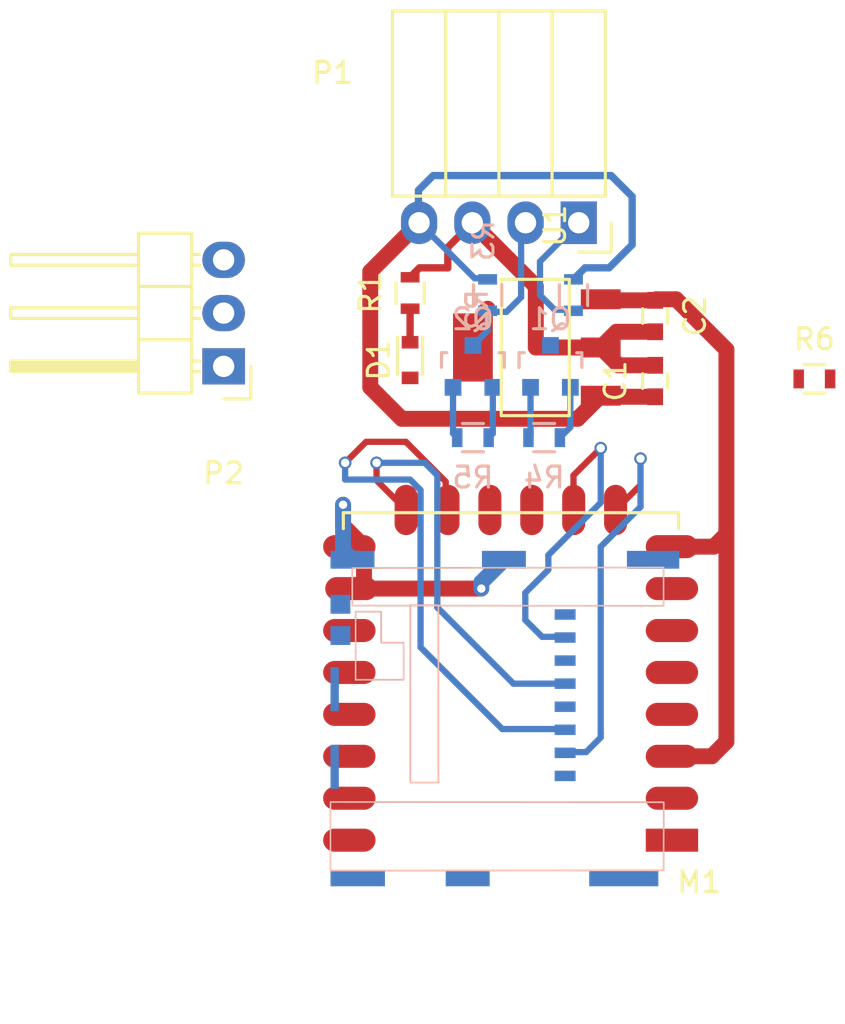
<source format=kicad_pcb>
(kicad_pcb (version 4) (host pcbnew 4.0.4+e1-6308~48~ubuntu16.04.1-stable)

  (general
    (links 48)
    (no_connects 22)
    (area 133.3 51.992857 174.357143 101.275001)
    (thickness 1.6)
    (drawings 0)
    (tracks 124)
    (zones 0)
    (modules 16)
    (nets 27)
  )

  (page A4)
  (title_block
    (title MPWifi)
    (date 2016-11-18)
    (rev V1.0)
    (company "M Prime")
    (comment 1 "Design - Enrique Gómez")
  )

  (layers
    (0 F.Cu signal)
    (31 B.Cu signal)
    (32 B.Adhes user)
    (33 F.Adhes user)
    (34 B.Paste user)
    (35 F.Paste user)
    (36 B.SilkS user)
    (37 F.SilkS user)
    (38 B.Mask user)
    (39 F.Mask user)
    (40 Dwgs.User user)
    (41 Cmts.User user)
    (42 Eco1.User user)
    (43 Eco2.User user)
    (44 Edge.Cuts user)
    (45 Margin user)
    (46 B.CrtYd user)
    (47 F.CrtYd user)
    (48 B.Fab user)
    (49 F.Fab user)
  )

  (setup
    (last_trace_width 0.76)
    (user_trace_width 0.3)
    (user_trace_width 0.35)
    (user_trace_width 0.76)
    (trace_clearance 0.2)
    (zone_clearance 0.508)
    (zone_45_only no)
    (trace_min 0.2)
    (segment_width 0.2)
    (edge_width 0.15)
    (via_size 0.6)
    (via_drill 0.4)
    (via_min_size 0.4)
    (via_min_drill 0.3)
    (user_via 0.84 0.4)
    (uvia_size 0.3)
    (uvia_drill 0.1)
    (uvias_allowed no)
    (uvia_min_size 0.2)
    (uvia_min_drill 0.1)
    (pcb_text_width 0.3)
    (pcb_text_size 1.5 1.5)
    (mod_edge_width 0.15)
    (mod_text_size 1 1)
    (mod_text_width 0.15)
    (pad_size 1.524 1.524)
    (pad_drill 0.762)
    (pad_to_mask_clearance 0.2)
    (aux_axis_origin 0 0)
    (visible_elements FFFFFF1F)
    (pcbplotparams
      (layerselection 0x00030_80000001)
      (usegerberextensions false)
      (excludeedgelayer true)
      (linewidth 0.100000)
      (plotframeref false)
      (viasonmask false)
      (mode 1)
      (useauxorigin false)
      (hpglpennumber 1)
      (hpglpenspeed 20)
      (hpglpendiameter 15)
      (hpglpenoverlay 2)
      (psnegative false)
      (psa4output false)
      (plotreference true)
      (plotvalue true)
      (plotinvisibletext false)
      (padsonsilk false)
      (subtractmaskfromsilk false)
      (outputformat 1)
      (mirror false)
      (drillshape 1)
      (scaleselection 1)
      (outputdirectory ""))
  )

  (net 0 "")
  (net 1 VCC)
  (net 2 GND)
  (net 3 +3V3)
  (net 4 "Net-(CON1-Pad1)")
  (net 5 /CS)
  (net 6 /MOSI)
  (net 7 /SCLK)
  (net 8 /MISO)
  (net 9 "Net-(CON1-Pad8)")
  (net 10 /DETECT_SWITCH)
  (net 11 "Net-(D1-Pad1)")
  (net 12 "Net-(M1-Pad1)")
  (net 13 "Net-(M1-Pad2)")
  (net 14 "Net-(M1-Pad4)")
  (net 15 "Net-(M1-Pad5)")
  (net 16 "Net-(M1-Pad6)")
  (net 17 "Net-(M1-Pad19)")
  (net 18 "Net-(M1-Pad20)")
  (net 19 "Net-(M1-Pad11)")
  (net 20 "Net-(M1-Pad12)")
  (net 21 "Net-(M1-Pad13)")
  (net 22 "Net-(M1-Pad14)")
  (net 23 "Net-(M1-Pad15)")
  (net 24 "Net-(M1-Pad16)")
  (net 25 /TX)
  (net 26 /RX)

  (net_class Default "This is the default net class."
    (clearance 0.2)
    (trace_width 0.25)
    (via_dia 0.6)
    (via_drill 0.4)
    (uvia_dia 0.3)
    (uvia_drill 0.1)
    (add_net +3V3)
    (add_net /CS)
    (add_net /DETECT_SWITCH)
    (add_net /MISO)
    (add_net /MOSI)
    (add_net /RX)
    (add_net /SCLK)
    (add_net /TX)
    (add_net GND)
    (add_net "Net-(CON1-Pad1)")
    (add_net "Net-(CON1-Pad8)")
    (add_net "Net-(D1-Pad1)")
    (add_net "Net-(M1-Pad1)")
    (add_net "Net-(M1-Pad11)")
    (add_net "Net-(M1-Pad12)")
    (add_net "Net-(M1-Pad13)")
    (add_net "Net-(M1-Pad14)")
    (add_net "Net-(M1-Pad15)")
    (add_net "Net-(M1-Pad16)")
    (add_net "Net-(M1-Pad19)")
    (add_net "Net-(M1-Pad2)")
    (add_net "Net-(M1-Pad20)")
    (add_net "Net-(M1-Pad4)")
    (add_net "Net-(M1-Pad5)")
    (add_net "Net-(M1-Pad6)")
    (add_net VCC)
  )

  (module mpwifi:SOT-223-3 (layer F.Cu) (tedit 582F36EC) (tstamp 582F36D6)
    (at 162.6 68.8 90)
    (tags SOT-223-3)
    (path /582B9B28)
    (fp_text reference U1 (at 5.81 -2.18 90) (layer F.SilkS)
      (effects (font (size 1 1) (thickness 0.15)))
    )
    (fp_text value MCP1703T-3302E/CB (at 8.25 -4 90) (layer F.Fab) hide
      (effects (font (size 1 1) (thickness 0.15)))
    )
    (fp_line (start 3.25 -4.75) (end 3.25 -1.5) (layer F.SilkS) (width 0.15))
    (fp_line (start 3.25 -1.5) (end -3.25 -1.5) (layer F.SilkS) (width 0.15))
    (fp_line (start -3.25 -1.5) (end -3.25 -4.75) (layer F.SilkS) (width 0.15))
    (fp_line (start -3.25 -4.75) (end 3.25 -4.75) (layer F.SilkS) (width 0.15))
    (pad 2 smd rect (at 0 0 90) (size 0.95 1.9) (layers F.Cu F.Paste F.Mask)
      (net 2 GND))
    (pad 3 smd rect (at 2.3 0 90) (size 0.95 1.9) (layers F.Cu F.Paste F.Mask)
      (net 3 +3V3))
    (pad 1 smd rect (at -2.3 0 90) (size 0.95 1.9) (layers F.Cu F.Paste F.Mask)
      (net 1 VCC))
    (pad "" smd rect (at 0 -6.1 90) (size 3.25 1.9) (layers F.Cu F.Paste F.Mask))
  )

  (module Capacitors_SMD:C_0603 (layer F.Cu) (tedit 582F36DE) (tstamp 582F3651)
    (at 165.2 70.4 90)
    (descr "Capacitor SMD 0603, reflow soldering, AVX (see smccp.pdf)")
    (tags "capacitor 0603")
    (path /582B9BD7)
    (attr smd)
    (fp_text reference C1 (at 0 -1.9 90) (layer F.SilkS)
      (effects (font (size 1 1) (thickness 0.15)))
    )
    (fp_text value 1uF (at 0 1.9 90) (layer F.Fab) hide
      (effects (font (size 1 1) (thickness 0.15)))
    )
    (fp_line (start -0.8 0.4) (end -0.8 -0.4) (layer F.Fab) (width 0.15))
    (fp_line (start 0.8 0.4) (end -0.8 0.4) (layer F.Fab) (width 0.15))
    (fp_line (start 0.8 -0.4) (end 0.8 0.4) (layer F.Fab) (width 0.15))
    (fp_line (start -0.8 -0.4) (end 0.8 -0.4) (layer F.Fab) (width 0.15))
    (fp_line (start -1.45 -0.75) (end 1.45 -0.75) (layer F.CrtYd) (width 0.05))
    (fp_line (start -1.45 0.75) (end 1.45 0.75) (layer F.CrtYd) (width 0.05))
    (fp_line (start -1.45 -0.75) (end -1.45 0.75) (layer F.CrtYd) (width 0.05))
    (fp_line (start 1.45 -0.75) (end 1.45 0.75) (layer F.CrtYd) (width 0.05))
    (fp_line (start -0.35 -0.6) (end 0.35 -0.6) (layer F.SilkS) (width 0.15))
    (fp_line (start 0.35 0.6) (end -0.35 0.6) (layer F.SilkS) (width 0.15))
    (pad 1 smd rect (at -0.75 0 90) (size 0.8 0.75) (layers F.Cu F.Paste F.Mask)
      (net 1 VCC))
    (pad 2 smd rect (at 0.75 0 90) (size 0.8 0.75) (layers F.Cu F.Paste F.Mask)
      (net 2 GND))
    (model Capacitors_SMD.3dshapes/C_0603.wrl
      (at (xyz 0 0 0))
      (scale (xyz 1 1 1))
      (rotate (xyz 0 0 0))
    )
  )

  (module Capacitors_SMD:C_0603 (layer F.Cu) (tedit 582F36E4) (tstamp 582F3657)
    (at 165.2 67.3 270)
    (descr "Capacitor SMD 0603, reflow soldering, AVX (see smccp.pdf)")
    (tags "capacitor 0603")
    (path /582B9C4E)
    (attr smd)
    (fp_text reference C2 (at 0 -1.9 270) (layer F.SilkS)
      (effects (font (size 1 1) (thickness 0.15)))
    )
    (fp_text value 1uF (at 0 1.9 270) (layer F.Fab) hide
      (effects (font (size 1 1) (thickness 0.15)))
    )
    (fp_line (start -0.8 0.4) (end -0.8 -0.4) (layer F.Fab) (width 0.15))
    (fp_line (start 0.8 0.4) (end -0.8 0.4) (layer F.Fab) (width 0.15))
    (fp_line (start 0.8 -0.4) (end 0.8 0.4) (layer F.Fab) (width 0.15))
    (fp_line (start -0.8 -0.4) (end 0.8 -0.4) (layer F.Fab) (width 0.15))
    (fp_line (start -1.45 -0.75) (end 1.45 -0.75) (layer F.CrtYd) (width 0.05))
    (fp_line (start -1.45 0.75) (end 1.45 0.75) (layer F.CrtYd) (width 0.05))
    (fp_line (start -1.45 -0.75) (end -1.45 0.75) (layer F.CrtYd) (width 0.05))
    (fp_line (start 1.45 -0.75) (end 1.45 0.75) (layer F.CrtYd) (width 0.05))
    (fp_line (start -0.35 -0.6) (end 0.35 -0.6) (layer F.SilkS) (width 0.15))
    (fp_line (start 0.35 0.6) (end -0.35 0.6) (layer F.SilkS) (width 0.15))
    (pad 1 smd rect (at -0.75 0 270) (size 0.8 0.75) (layers F.Cu F.Paste F.Mask)
      (net 3 +3V3))
    (pad 2 smd rect (at 0.75 0 270) (size 0.8 0.75) (layers F.Cu F.Paste F.Mask)
      (net 2 GND))
    (model Capacitors_SMD.3dshapes/C_0603.wrl
      (at (xyz 0 0 0))
      (scale (xyz 1 1 1))
      (rotate (xyz 0 0 0))
    )
  )

  (module mpwifi:MicroSD-slot (layer B.Cu) (tedit 582F3D57) (tstamp 582F366D)
    (at 165.6 94.5 90)
    (descr http://www.mouser.com/ds/2/276/5045280892_sd-779648.pdf)
    (path /582B3F89)
    (fp_text reference CON1 (at 8.47 1.88 90) (layer B.SilkS) hide
      (effects (font (size 1 1) (thickness 0.15)) (justify mirror))
    )
    (fp_text value Micro_SD_Card (at 19.01 1.88 90) (layer B.Fab) hide
      (effects (font (size 1 1) (thickness 0.15)) (justify mirror))
    )
    (fp_line (start 9.85 -12.41) (end 11.62 -12.41) (layer B.SilkS) (width 0.08))
    (fp_line (start 11.62 -12.41) (end 11.62 -13.48) (layer B.SilkS) (width 0.08))
    (fp_line (start 11.62 -13.48) (end 13.1 -13.48) (layer B.SilkS) (width 0.08))
    (fp_line (start 13.1 -13.48) (end 13.1 -14.7) (layer B.SilkS) (width 0.08))
    (fp_line (start 13.1 -14.7) (end 9.85 -14.7) (layer B.SilkS) (width 0.08))
    (fp_line (start 9.85 -14.7) (end 9.85 -12.41) (layer B.SilkS) (width 0.08))
    (fp_line (start 13.41 -10.75) (end 4.95 -10.75) (layer B.SilkS) (width 0.08))
    (fp_line (start 4.95 -10.75) (end 4.95 -12.09) (layer B.SilkS) (width 0.08))
    (fp_line (start 4.95 -12.09) (end 13.41 -12.09) (layer B.SilkS) (width 0.08))
    (fp_line (start 13.41 -12.09) (end 13.41 -10.75) (layer B.SilkS) (width 0.08))
    (fp_line (start 13.39 0) (end 15.21 0) (layer B.SilkS) (width 0.08))
    (fp_line (start 15.21 0) (end 15.18 -14.86) (layer B.SilkS) (width 0.08))
    (fp_line (start 15.18 -14.86) (end 13.39 -14.86) (layer B.SilkS) (width 0.08))
    (fp_line (start 13.39 -14.86) (end 13.38 0) (layer B.SilkS) (width 0.08))
    (fp_line (start 0.76 0) (end 4.01 0.01) (layer B.SilkS) (width 0.08))
    (fp_line (start 4.01 0.01) (end 4.02 -15.9) (layer B.SilkS) (width 0.08))
    (fp_line (start 4.02 -15.9) (end 0.75 -15.9) (layer B.SilkS) (width 0.08))
    (fp_line (start 0.75 -15.9) (end 0.76 0) (layer B.SilkS) (width 0.08))
    (pad 1 smd rect (at 5.265 -4.7 90) (size 0.5 1) (layers B.Cu B.Paste B.Mask)
      (net 4 "Net-(CON1-Pad1)"))
    (pad 2 smd rect (at 6.365 -4.7 90) (size 0.5 1) (layers B.Cu B.Paste B.Mask)
      (net 5 /CS))
    (pad 3 smd rect (at 7.465 -4.7 90) (size 0.5 1) (layers B.Cu B.Paste B.Mask)
      (net 6 /MOSI))
    (pad 4 smd rect (at 8.565 -4.7 90) (size 0.5 1) (layers B.Cu B.Paste B.Mask)
      (net 3 +3V3))
    (pad 5 smd rect (at 9.665 -4.7 90) (size 0.5 1) (layers B.Cu B.Paste B.Mask)
      (net 7 /SCLK))
    (pad 6 smd rect (at 10.765 -4.7 90) (size 0.5 1) (layers B.Cu B.Paste B.Mask)
      (net 2 GND))
    (pad 7 smd rect (at 11.865 -4.7 90) (size 0.5 1) (layers B.Cu B.Paste B.Mask)
      (net 8 /MISO))
    (pad 8 smd rect (at 12.965 -4.7 90) (size 0.5 1) (layers B.Cu B.Paste B.Mask)
      (net 9 "Net-(CON1-Pad8)"))
    (pad 9 smd rect (at 11.96 -15.425 90) (size 0.9 0.95) (layers B.Cu B.Paste B.Mask)
      (net 2 GND))
    (pad 11 smd rect (at 13.45 -15.425 90) (size 0.9 0.95) (layers B.Cu B.Paste B.Mask)
      (net 10 /DETECT_SWITCH))
    (pad 10 smd rect (at 0.375 -1.9 90) (size 0.75 3.3) (layers B.Cu B.Paste B.Mask)
      (net 2 GND))
    (pad 10 smd rect (at 0.375 -9.35 90) (size 0.75 2.1) (layers B.Cu B.Paste B.Mask)
      (net 2 GND))
    (pad 11 smd rect (at 0.375 -14.6 90) (size 0.75 2.6) (layers B.Cu B.Paste B.Mask)
      (net 10 /DETECT_SWITCH))
    (pad 10 smd rect (at 15.575 -0.5 90) (size 0.85 2.5) (layers B.Cu B.Paste B.Mask)
      (net 2 GND))
    (pad 10 smd rect (at 15.575 -7.62 90) (size 0.85 2.1) (layers B.Cu B.Paste B.Mask)
      (net 2 GND))
    (pad 10 smd rect (at 15.575 -14.85 90) (size 0.85 2.1) (layers B.Cu B.Paste B.Mask)
      (net 2 GND))
    (pad 10 smd rect (at 5.7 -15.7 90) (size 2.1 0.4) (layers B.Cu B.Paste B.Mask)
      (net 2 GND))
    (pad 10 smd rect (at 9.4 -15.7 90) (size 2.1 0.4) (layers B.Cu B.Paste B.Mask)
      (net 2 GND))
  )

  (module Diodes_SMD:D_0603 (layer F.Cu) (tedit 582F38D9) (tstamp 582F3673)
    (at 153.5 69.4 270)
    (descr "Diode SMD in 0603 package")
    (tags "smd diode")
    (path /582BE2C6)
    (attr smd)
    (fp_text reference D1 (at 0 1.5 270) (layer F.SilkS)
      (effects (font (size 1 1) (thickness 0.15)))
    )
    (fp_text value LED (at 0 -1.5 270) (layer F.Fab) hide
      (effects (font (size 1 1) (thickness 0.15)))
    )
    (fp_line (start 1.5 0.8) (end 1.5 -0.8) (layer F.CrtYd) (width 0.05))
    (fp_line (start -1.5 0.8) (end 1.5 0.8) (layer F.CrtYd) (width 0.05))
    (fp_line (start -1.5 -0.8) (end -1.5 0.8) (layer F.CrtYd) (width 0.05))
    (fp_line (start 1.5 -0.8) (end -1.5 -0.8) (layer F.CrtYd) (width 0.05))
    (fp_line (start 0.2 0) (end 0.4 0) (layer F.Fab) (width 0.15))
    (fp_line (start -0.1 0) (end -0.3 0) (layer F.Fab) (width 0.15))
    (fp_line (start -0.1 -0.2) (end -0.1 0.2) (layer F.Fab) (width 0.15))
    (fp_line (start 0.2 0.2) (end 0.2 -0.2) (layer F.Fab) (width 0.15))
    (fp_line (start -0.1 0) (end 0.2 0.2) (layer F.Fab) (width 0.15))
    (fp_line (start 0.2 -0.2) (end -0.1 0) (layer F.Fab) (width 0.15))
    (fp_line (start -0.8 0.5) (end -0.8 -0.5) (layer F.Fab) (width 0.15))
    (fp_line (start 0.8 0.5) (end -0.8 0.5) (layer F.Fab) (width 0.15))
    (fp_line (start 0.8 -0.5) (end 0.8 0.5) (layer F.Fab) (width 0.15))
    (fp_line (start -0.8 -0.5) (end 0.8 -0.5) (layer F.Fab) (width 0.15))
    (fp_line (start -1.1 0.6) (end 0.7 0.6) (layer F.SilkS) (width 0.15))
    (fp_line (start -1.1 -0.6) (end 0.7 -0.6) (layer F.SilkS) (width 0.15))
    (pad 1 smd rect (at -0.85 0 270) (size 0.6 0.8) (layers F.Cu F.Paste F.Mask)
      (net 11 "Net-(D1-Pad1)"))
    (pad 2 smd rect (at 0.85 0 270) (size 0.6 0.8) (layers F.Cu F.Paste F.Mask)
      (net 1 VCC))
  )

  (module mpwifi:ESP8266-12E (layer F.Cu) (tedit 582F3196) (tstamp 582F368D)
    (at 165.3 92.3 180)
    (descr "Module, ESP-8266, ESP-12, 16 pad, SMD")
    (tags "Module ESP-8266 ESP8266")
    (path /582B3EDB)
    (fp_text reference M1 (at -2 -2 180) (layer F.SilkS)
      (effects (font (size 1 1) (thickness 0.15)))
    )
    (fp_text value ESP8266-12E (at 8 1 180) (layer F.Fab)
      (effects (font (size 1 1) (thickness 0.15)))
    )
    (fp_line (start -2.25 -0.5) (end -2.25 -8.75) (layer F.CrtYd) (width 0.05))
    (fp_line (start -2.25 -8.75) (end 15.25 -8.75) (layer F.CrtYd) (width 0.05))
    (fp_line (start 15.25 -8.75) (end 16.25 -8.75) (layer F.CrtYd) (width 0.05))
    (fp_line (start 16.25 -8.75) (end 16.25 16) (layer F.CrtYd) (width 0.05))
    (fp_line (start 16.25 16) (end -2.25 16) (layer F.CrtYd) (width 0.05))
    (fp_line (start -2.25 16) (end -2.25 -0.5) (layer F.CrtYd) (width 0.05))
    (fp_line (start -1.016 -8.382) (end 14.986 -8.382) (layer F.CrtYd) (width 0.1524))
    (fp_line (start 14.986 -8.382) (end 14.986 -0.889) (layer F.CrtYd) (width 0.1524))
    (fp_line (start -1.016 -8.382) (end -1.016 -1.016) (layer F.CrtYd) (width 0.1524))
    (fp_line (start -1.016 14.859) (end -1.016 15.621) (layer F.SilkS) (width 0.1524))
    (fp_line (start -1.016 15.621) (end 14.986 15.621) (layer F.SilkS) (width 0.1524))
    (fp_line (start 14.986 15.621) (end 14.986 14.859) (layer F.SilkS) (width 0.1524))
    (fp_line (start 14.992 -8.4) (end -1.008 -2.6) (layer F.CrtYd) (width 0.1524))
    (fp_line (start -1.008 -8.4) (end 14.992 -2.6) (layer F.CrtYd) (width 0.1524))
    (fp_text user "No Copper" (at 6.892 -5.4 180) (layer F.CrtYd)
      (effects (font (size 1 1) (thickness 0.15)))
    )
    (fp_line (start -1.008 -2.6) (end 14.992 -2.6) (layer F.CrtYd) (width 0.1524))
    (fp_line (start 15 -8.4) (end 15 15.6) (layer F.Fab) (width 0.05))
    (fp_line (start 14.992 15.6) (end -1.008 15.6) (layer F.Fab) (width 0.05))
    (fp_line (start -1.008 15.6) (end -1.008 -8.4) (layer F.Fab) (width 0.05))
    (fp_line (start -1.008 -8.4) (end 14.992 -8.4) (layer F.Fab) (width 0.05))
    (pad 1 smd rect (at 0 0 180) (size 2.5 1.1) (drill (offset -0.7 0)) (layers F.Cu F.Paste F.Mask)
      (net 12 "Net-(M1-Pad1)"))
    (pad 2 smd oval (at 0 2 180) (size 2.5 1.1) (drill (offset -0.7 0)) (layers F.Cu F.Paste F.Mask)
      (net 13 "Net-(M1-Pad2)"))
    (pad 3 smd oval (at 0 4 180) (size 2.5 1.1) (drill (offset -0.7 0)) (layers F.Cu F.Paste F.Mask)
      (net 3 +3V3))
    (pad 4 smd oval (at 0 6 180) (size 2.5 1.1) (drill (offset -0.7 0)) (layers F.Cu F.Paste F.Mask)
      (net 14 "Net-(M1-Pad4)"))
    (pad 5 smd oval (at 0 8 180) (size 2.5 1.1) (drill (offset -0.7 0)) (layers F.Cu F.Paste F.Mask)
      (net 15 "Net-(M1-Pad5)"))
    (pad 6 smd oval (at 0 10 180) (size 2.5 1.1) (drill (offset -0.7 0)) (layers F.Cu F.Paste F.Mask)
      (net 16 "Net-(M1-Pad6)"))
    (pad 7 smd oval (at 0 12 180) (size 2.5 1.1) (drill (offset -0.7 0)) (layers F.Cu F.Paste F.Mask)
      (net 10 /DETECT_SWITCH))
    (pad 8 smd oval (at 0 14 180) (size 2.5 1.1) (drill (offset -0.7 0)) (layers F.Cu F.Paste F.Mask)
      (net 3 +3V3))
    (pad 17 smd oval (at 1.99 15.75 270) (size 2.4 1.1) (layers F.Cu F.Paste F.Mask)
      (net 5 /CS))
    (pad 18 smd oval (at 3.99 15.75 270) (size 2.4 1.1) (layers F.Cu F.Paste F.Mask)
      (net 8 /MISO))
    (pad 19 smd oval (at 5.99 15.75 270) (size 2.4 1.1) (layers F.Cu F.Paste F.Mask)
      (net 17 "Net-(M1-Pad19)"))
    (pad 20 smd oval (at 7.99 15.75 270) (size 2.4 1.1) (layers F.Cu F.Paste F.Mask)
      (net 18 "Net-(M1-Pad20)"))
    (pad 21 smd oval (at 9.99 15.75 270) (size 2.4 1.1) (layers F.Cu F.Paste F.Mask)
      (net 6 /MOSI))
    (pad 22 smd oval (at 11.99 15.75 270) (size 2.4 1.1) (layers F.Cu F.Paste F.Mask)
      (net 7 /SCLK))
    (pad 9 smd oval (at 14 14 180) (size 2.5 1.1) (drill (offset 0.7 0)) (layers F.Cu F.Paste F.Mask)
      (net 2 GND))
    (pad 10 smd oval (at 14 12 180) (size 2.5 1.1) (drill (offset 0.6 0)) (layers F.Cu F.Paste F.Mask)
      (net 2 GND))
    (pad 11 smd oval (at 14 10 180) (size 2.5 1.1) (drill (offset 0.7 0)) (layers F.Cu F.Paste F.Mask)
      (net 19 "Net-(M1-Pad11)"))
    (pad 12 smd oval (at 14 8 180) (size 2.5 1.1) (drill (offset 0.7 0)) (layers F.Cu F.Paste F.Mask)
      (net 20 "Net-(M1-Pad12)"))
    (pad 13 smd oval (at 14 6 180) (size 2.5 1.1) (drill (offset 0.7 0)) (layers F.Cu F.Paste F.Mask)
      (net 21 "Net-(M1-Pad13)"))
    (pad 14 smd oval (at 14 4 180) (size 2.5 1.1) (drill (offset 0.7 0)) (layers F.Cu F.Paste F.Mask)
      (net 22 "Net-(M1-Pad14)"))
    (pad 15 smd oval (at 14 2 180) (size 2.5 1.1) (drill (offset 0.7 0)) (layers F.Cu F.Paste F.Mask)
      (net 23 "Net-(M1-Pad15)"))
    (pad 16 smd oval (at 14 0 180) (size 2.5 1.1) (drill (offset 0.7 0)) (layers F.Cu F.Paste F.Mask)
      (net 24 "Net-(M1-Pad16)"))
  )

  (module Socket_Strips:Socket_Strip_Angled_1x04 (layer F.Cu) (tedit 582F3AA6) (tstamp 582F3695)
    (at 161.55 62.85 180)
    (descr "Through hole socket strip")
    (tags "socket strip")
    (path /582BB682)
    (fp_text reference P1 (at 11.75 7.15 180) (layer F.SilkS)
      (effects (font (size 1 1) (thickness 0.15)))
    )
    (fp_text value CONN_01X04 (at 0 -2.75 180) (layer F.Fab) hide
      (effects (font (size 1 1) (thickness 0.15)))
    )
    (fp_line (start -1.75 -1.5) (end -1.75 10.6) (layer F.CrtYd) (width 0.05))
    (fp_line (start 9.4 -1.5) (end 9.4 10.6) (layer F.CrtYd) (width 0.05))
    (fp_line (start -1.75 -1.5) (end 9.4 -1.5) (layer F.CrtYd) (width 0.05))
    (fp_line (start -1.75 10.6) (end 9.4 10.6) (layer F.CrtYd) (width 0.05))
    (fp_line (start 8.89 10.1) (end 8.89 1.27) (layer F.SilkS) (width 0.15))
    (fp_line (start 6.35 10.1) (end 8.89 10.1) (layer F.SilkS) (width 0.15))
    (fp_line (start 6.35 1.27) (end 8.89 1.27) (layer F.SilkS) (width 0.15))
    (fp_line (start 3.81 1.27) (end 6.35 1.27) (layer F.SilkS) (width 0.15))
    (fp_line (start 3.81 10.1) (end 6.35 10.1) (layer F.SilkS) (width 0.15))
    (fp_line (start 6.35 10.1) (end 6.35 1.27) (layer F.SilkS) (width 0.15))
    (fp_line (start 3.81 10.1) (end 3.81 1.27) (layer F.SilkS) (width 0.15))
    (fp_line (start 1.27 10.1) (end 3.81 10.1) (layer F.SilkS) (width 0.15))
    (fp_line (start 1.27 1.27) (end 1.27 10.1) (layer F.SilkS) (width 0.15))
    (fp_line (start 1.27 1.27) (end 3.81 1.27) (layer F.SilkS) (width 0.15))
    (fp_line (start -1.27 1.27) (end 1.27 1.27) (layer F.SilkS) (width 0.15))
    (fp_line (start 0 -1.4) (end -1.55 -1.4) (layer F.SilkS) (width 0.15))
    (fp_line (start -1.55 -1.4) (end -1.55 0) (layer F.SilkS) (width 0.15))
    (fp_line (start -1.27 1.27) (end -1.27 10.1) (layer F.SilkS) (width 0.15))
    (fp_line (start -1.27 10.1) (end 1.27 10.1) (layer F.SilkS) (width 0.15))
    (fp_line (start 1.27 10.1) (end 1.27 1.27) (layer F.SilkS) (width 0.15))
    (pad 1 thru_hole rect (at 0 0 180) (size 1.7272 2.032) (drill 1.016) (layers *.Cu *.Mask)
      (net 25 /TX))
    (pad 2 thru_hole oval (at 2.54 0 180) (size 1.7272 2.032) (drill 1.016) (layers *.Cu *.Mask)
      (net 26 /RX))
    (pad 3 thru_hole oval (at 5.08 0 180) (size 1.7272 2.032) (drill 1.016) (layers *.Cu *.Mask)
      (net 2 GND))
    (pad 4 thru_hole oval (at 7.62 0 180) (size 1.7272 2.032) (drill 1.016) (layers *.Cu *.Mask)
      (net 1 VCC))
    (model Socket_Strips.3dshapes/Socket_Strip_Angled_1x04.wrl
      (at (xyz 0.15 0 0))
      (scale (xyz 1 1 1))
      (rotate (xyz 0 0 180))
    )
  )

  (module Pin_Headers:Pin_Header_Angled_1x03 (layer F.Cu) (tedit 0) (tstamp 582F369C)
    (at 144.6 69.7 180)
    (descr "Through hole pin header")
    (tags "pin header")
    (path /582C3E85)
    (fp_text reference P2 (at 0 -5.1 180) (layer F.SilkS)
      (effects (font (size 1 1) (thickness 0.15)))
    )
    (fp_text value Flash (at 0 -3.1 180) (layer F.Fab)
      (effects (font (size 1 1) (thickness 0.15)))
    )
    (fp_line (start -1.5 -1.75) (end -1.5 6.85) (layer F.CrtYd) (width 0.05))
    (fp_line (start 10.65 -1.75) (end 10.65 6.85) (layer F.CrtYd) (width 0.05))
    (fp_line (start -1.5 -1.75) (end 10.65 -1.75) (layer F.CrtYd) (width 0.05))
    (fp_line (start -1.5 6.85) (end 10.65 6.85) (layer F.CrtYd) (width 0.05))
    (fp_line (start -1.3 -1.55) (end -1.3 0) (layer F.SilkS) (width 0.15))
    (fp_line (start 0 -1.55) (end -1.3 -1.55) (layer F.SilkS) (width 0.15))
    (fp_line (start 4.191 -0.127) (end 10.033 -0.127) (layer F.SilkS) (width 0.15))
    (fp_line (start 10.033 -0.127) (end 10.033 0.127) (layer F.SilkS) (width 0.15))
    (fp_line (start 10.033 0.127) (end 4.191 0.127) (layer F.SilkS) (width 0.15))
    (fp_line (start 4.191 0.127) (end 4.191 0) (layer F.SilkS) (width 0.15))
    (fp_line (start 4.191 0) (end 10.033 0) (layer F.SilkS) (width 0.15))
    (fp_line (start 1.524 -0.254) (end 1.143 -0.254) (layer F.SilkS) (width 0.15))
    (fp_line (start 1.524 0.254) (end 1.143 0.254) (layer F.SilkS) (width 0.15))
    (fp_line (start 1.524 2.286) (end 1.143 2.286) (layer F.SilkS) (width 0.15))
    (fp_line (start 1.524 2.794) (end 1.143 2.794) (layer F.SilkS) (width 0.15))
    (fp_line (start 1.524 4.826) (end 1.143 4.826) (layer F.SilkS) (width 0.15))
    (fp_line (start 1.524 5.334) (end 1.143 5.334) (layer F.SilkS) (width 0.15))
    (fp_line (start 4.064 1.27) (end 4.064 -1.27) (layer F.SilkS) (width 0.15))
    (fp_line (start 10.16 0.254) (end 4.064 0.254) (layer F.SilkS) (width 0.15))
    (fp_line (start 10.16 -0.254) (end 10.16 0.254) (layer F.SilkS) (width 0.15))
    (fp_line (start 4.064 -0.254) (end 10.16 -0.254) (layer F.SilkS) (width 0.15))
    (fp_line (start 1.524 1.27) (end 4.064 1.27) (layer F.SilkS) (width 0.15))
    (fp_line (start 1.524 -1.27) (end 1.524 1.27) (layer F.SilkS) (width 0.15))
    (fp_line (start 1.524 -1.27) (end 4.064 -1.27) (layer F.SilkS) (width 0.15))
    (fp_line (start 1.524 3.81) (end 4.064 3.81) (layer F.SilkS) (width 0.15))
    (fp_line (start 1.524 3.81) (end 1.524 6.35) (layer F.SilkS) (width 0.15))
    (fp_line (start 4.064 4.826) (end 10.16 4.826) (layer F.SilkS) (width 0.15))
    (fp_line (start 10.16 4.826) (end 10.16 5.334) (layer F.SilkS) (width 0.15))
    (fp_line (start 10.16 5.334) (end 4.064 5.334) (layer F.SilkS) (width 0.15))
    (fp_line (start 4.064 6.35) (end 4.064 3.81) (layer F.SilkS) (width 0.15))
    (fp_line (start 4.064 3.81) (end 4.064 1.27) (layer F.SilkS) (width 0.15))
    (fp_line (start 10.16 2.794) (end 4.064 2.794) (layer F.SilkS) (width 0.15))
    (fp_line (start 10.16 2.286) (end 10.16 2.794) (layer F.SilkS) (width 0.15))
    (fp_line (start 4.064 2.286) (end 10.16 2.286) (layer F.SilkS) (width 0.15))
    (fp_line (start 1.524 3.81) (end 4.064 3.81) (layer F.SilkS) (width 0.15))
    (fp_line (start 1.524 1.27) (end 1.524 3.81) (layer F.SilkS) (width 0.15))
    (fp_line (start 1.524 1.27) (end 4.064 1.27) (layer F.SilkS) (width 0.15))
    (fp_line (start 1.524 6.35) (end 4.064 6.35) (layer F.SilkS) (width 0.15))
    (pad 1 thru_hole rect (at 0 0 180) (size 2.032 1.7272) (drill 1.016) (layers *.Cu *.Mask)
      (net 20 "Net-(M1-Pad12)"))
    (pad 2 thru_hole oval (at 0 2.54 180) (size 2.032 1.7272) (drill 1.016) (layers *.Cu *.Mask)
      (net 20 "Net-(M1-Pad12)"))
    (pad 3 thru_hole oval (at 0 5.08 180) (size 2.032 1.7272) (drill 1.016) (layers *.Cu *.Mask)
      (net 2 GND))
    (model Pin_Headers.3dshapes/Pin_Header_Angled_1x03.wrl
      (at (xyz 0 -0.1 0))
      (scale (xyz 1 1 1))
      (rotate (xyz 0 0 90))
    )
  )

  (module TO_SOT_Packages_SMD:SOT-23 (layer B.Cu) (tedit 582F38AE) (tstamp 582F36A3)
    (at 160.2 69.7 180)
    (descr "SOT-23, Standard")
    (tags SOT-23)
    (path /582B4943)
    (attr smd)
    (fp_text reference Q1 (at 0 2.25 180) (layer B.SilkS)
      (effects (font (size 1 1) (thickness 0.15)) (justify mirror))
    )
    (fp_text value BSS138 (at 0 -2.3 180) (layer B.Fab) hide
      (effects (font (size 1 1) (thickness 0.15)) (justify mirror))
    )
    (fp_line (start -1.65 1.6) (end 1.65 1.6) (layer B.CrtYd) (width 0.05))
    (fp_line (start 1.65 1.6) (end 1.65 -1.6) (layer B.CrtYd) (width 0.05))
    (fp_line (start 1.65 -1.6) (end -1.65 -1.6) (layer B.CrtYd) (width 0.05))
    (fp_line (start -1.65 -1.6) (end -1.65 1.6) (layer B.CrtYd) (width 0.05))
    (fp_line (start 1.29916 0.65024) (end 1.2509 0.65024) (layer B.SilkS) (width 0.15))
    (fp_line (start -1.49982 -0.0508) (end -1.49982 0.65024) (layer B.SilkS) (width 0.15))
    (fp_line (start -1.49982 0.65024) (end -1.2509 0.65024) (layer B.SilkS) (width 0.15))
    (fp_line (start 1.29916 0.65024) (end 1.49982 0.65024) (layer B.SilkS) (width 0.15))
    (fp_line (start 1.49982 0.65024) (end 1.49982 -0.0508) (layer B.SilkS) (width 0.15))
    (pad 1 smd rect (at -0.95 -1.00076 180) (size 0.8001 0.8001) (layers B.Cu B.Paste B.Mask)
      (net 3 +3V3))
    (pad 2 smd rect (at 0.95 -1.00076 180) (size 0.8001 0.8001) (layers B.Cu B.Paste B.Mask)
      (net 24 "Net-(M1-Pad16)"))
    (pad 3 smd rect (at 0 0.99822 180) (size 0.8001 0.8001) (layers B.Cu B.Paste B.Mask)
      (net 25 /TX))
    (model TO_SOT_Packages_SMD.3dshapes/SOT-23.wrl
      (at (xyz 0 0 0))
      (scale (xyz 1 1 1))
      (rotate (xyz 0 0 0))
    )
  )

  (module TO_SOT_Packages_SMD:SOT-23 (layer B.Cu) (tedit 582F38A5) (tstamp 582F36AA)
    (at 156.5 69.7 180)
    (descr "SOT-23, Standard")
    (tags SOT-23)
    (path /582B4994)
    (attr smd)
    (fp_text reference Q2 (at 0 2.25 180) (layer B.SilkS)
      (effects (font (size 1 1) (thickness 0.15)) (justify mirror))
    )
    (fp_text value BSS138 (at 0 -2.3 180) (layer B.Fab) hide
      (effects (font (size 1 1) (thickness 0.15)) (justify mirror))
    )
    (fp_line (start -1.65 1.6) (end 1.65 1.6) (layer B.CrtYd) (width 0.05))
    (fp_line (start 1.65 1.6) (end 1.65 -1.6) (layer B.CrtYd) (width 0.05))
    (fp_line (start 1.65 -1.6) (end -1.65 -1.6) (layer B.CrtYd) (width 0.05))
    (fp_line (start -1.65 -1.6) (end -1.65 1.6) (layer B.CrtYd) (width 0.05))
    (fp_line (start 1.29916 0.65024) (end 1.2509 0.65024) (layer B.SilkS) (width 0.15))
    (fp_line (start -1.49982 -0.0508) (end -1.49982 0.65024) (layer B.SilkS) (width 0.15))
    (fp_line (start -1.49982 0.65024) (end -1.2509 0.65024) (layer B.SilkS) (width 0.15))
    (fp_line (start 1.29916 0.65024) (end 1.49982 0.65024) (layer B.SilkS) (width 0.15))
    (fp_line (start 1.49982 0.65024) (end 1.49982 -0.0508) (layer B.SilkS) (width 0.15))
    (pad 1 smd rect (at -0.95 -1.00076 180) (size 0.8001 0.8001) (layers B.Cu B.Paste B.Mask)
      (net 3 +3V3))
    (pad 2 smd rect (at 0.95 -1.00076 180) (size 0.8001 0.8001) (layers B.Cu B.Paste B.Mask)
      (net 23 "Net-(M1-Pad15)"))
    (pad 3 smd rect (at 0 0.99822 180) (size 0.8001 0.8001) (layers B.Cu B.Paste B.Mask)
      (net 26 /RX))
    (model TO_SOT_Packages_SMD.3dshapes/SOT-23.wrl
      (at (xyz 0 0 0))
      (scale (xyz 1 1 1))
      (rotate (xyz 0 0 0))
    )
  )

  (module Resistors_SMD:R_0603 (layer F.Cu) (tedit 582F38DE) (tstamp 582F36B0)
    (at 153.5 66.2 90)
    (descr "Resistor SMD 0603, reflow soldering, Vishay (see dcrcw.pdf)")
    (tags "resistor 0603")
    (path /582BEBE9)
    (attr smd)
    (fp_text reference R1 (at 0 -1.9 90) (layer F.SilkS)
      (effects (font (size 1 1) (thickness 0.15)))
    )
    (fp_text value 140 (at 0 1.9 90) (layer F.Fab) hide
      (effects (font (size 1 1) (thickness 0.15)))
    )
    (fp_line (start -1.3 -0.8) (end 1.3 -0.8) (layer F.CrtYd) (width 0.05))
    (fp_line (start -1.3 0.8) (end 1.3 0.8) (layer F.CrtYd) (width 0.05))
    (fp_line (start -1.3 -0.8) (end -1.3 0.8) (layer F.CrtYd) (width 0.05))
    (fp_line (start 1.3 -0.8) (end 1.3 0.8) (layer F.CrtYd) (width 0.05))
    (fp_line (start 0.5 0.675) (end -0.5 0.675) (layer F.SilkS) (width 0.15))
    (fp_line (start -0.5 -0.675) (end 0.5 -0.675) (layer F.SilkS) (width 0.15))
    (pad 1 smd rect (at -0.75 0 90) (size 0.5 0.9) (layers F.Cu F.Paste F.Mask)
      (net 11 "Net-(D1-Pad1)"))
    (pad 2 smd rect (at 0.75 0 90) (size 0.5 0.9) (layers F.Cu F.Paste F.Mask)
      (net 2 GND))
    (model Resistors_SMD.3dshapes/R_0603.wrl
      (at (xyz 0 0 0))
      (scale (xyz 1 1 1))
      (rotate (xyz 0 0 0))
    )
  )

  (module Resistors_SMD:R_0603 (layer B.Cu) (tedit 582F3AC9) (tstamp 582F36B6)
    (at 161.3 66.3 270)
    (descr "Resistor SMD 0603, reflow soldering, Vishay (see dcrcw.pdf)")
    (tags "resistor 0603")
    (path /582B4F23)
    (attr smd)
    (fp_text reference R2 (at 0.7 4.6 270) (layer B.SilkS)
      (effects (font (size 1 1) (thickness 0.15)) (justify mirror))
    )
    (fp_text value 10k (at 0 -1.9 270) (layer B.Fab) hide
      (effects (font (size 1 1) (thickness 0.15)) (justify mirror))
    )
    (fp_line (start -1.3 0.8) (end 1.3 0.8) (layer B.CrtYd) (width 0.05))
    (fp_line (start -1.3 -0.8) (end 1.3 -0.8) (layer B.CrtYd) (width 0.05))
    (fp_line (start -1.3 0.8) (end -1.3 -0.8) (layer B.CrtYd) (width 0.05))
    (fp_line (start 1.3 0.8) (end 1.3 -0.8) (layer B.CrtYd) (width 0.05))
    (fp_line (start 0.5 -0.675) (end -0.5 -0.675) (layer B.SilkS) (width 0.15))
    (fp_line (start -0.5 0.675) (end 0.5 0.675) (layer B.SilkS) (width 0.15))
    (pad 1 smd rect (at -0.75 0 270) (size 0.5 0.9) (layers B.Cu B.Paste B.Mask)
      (net 1 VCC))
    (pad 2 smd rect (at 0.75 0 270) (size 0.5 0.9) (layers B.Cu B.Paste B.Mask)
      (net 25 /TX))
    (model Resistors_SMD.3dshapes/R_0603.wrl
      (at (xyz 0 0 0))
      (scale (xyz 1 1 1))
      (rotate (xyz 0 0 0))
    )
  )

  (module Resistors_SMD:R_0603 (layer B.Cu) (tedit 582F3AC8) (tstamp 582F36BC)
    (at 157.2 66.3 270)
    (descr "Resistor SMD 0603, reflow soldering, Vishay (see dcrcw.pdf)")
    (tags "resistor 0603")
    (path /582B4F58)
    (attr smd)
    (fp_text reference R3 (at -2.6 0.2 270) (layer B.SilkS)
      (effects (font (size 1 1) (thickness 0.15)) (justify mirror))
    )
    (fp_text value 10k (at 0 -1.9 270) (layer B.Fab) hide
      (effects (font (size 1 1) (thickness 0.15)) (justify mirror))
    )
    (fp_line (start -1.3 0.8) (end 1.3 0.8) (layer B.CrtYd) (width 0.05))
    (fp_line (start -1.3 -0.8) (end 1.3 -0.8) (layer B.CrtYd) (width 0.05))
    (fp_line (start -1.3 0.8) (end -1.3 -0.8) (layer B.CrtYd) (width 0.05))
    (fp_line (start 1.3 0.8) (end 1.3 -0.8) (layer B.CrtYd) (width 0.05))
    (fp_line (start 0.5 -0.675) (end -0.5 -0.675) (layer B.SilkS) (width 0.15))
    (fp_line (start -0.5 0.675) (end 0.5 0.675) (layer B.SilkS) (width 0.15))
    (pad 1 smd rect (at -0.75 0 270) (size 0.5 0.9) (layers B.Cu B.Paste B.Mask)
      (net 1 VCC))
    (pad 2 smd rect (at 0.75 0 270) (size 0.5 0.9) (layers B.Cu B.Paste B.Mask)
      (net 26 /RX))
    (model Resistors_SMD.3dshapes/R_0603.wrl
      (at (xyz 0 0 0))
      (scale (xyz 1 1 1))
      (rotate (xyz 0 0 0))
    )
  )

  (module Resistors_SMD:R_0603 (layer B.Cu) (tedit 582F3B7F) (tstamp 582F36C2)
    (at 159.9 73.1)
    (descr "Resistor SMD 0603, reflow soldering, Vishay (see dcrcw.pdf)")
    (tags "resistor 0603")
    (path /582B4FC8)
    (attr smd)
    (fp_text reference R4 (at 0 1.9) (layer B.SilkS)
      (effects (font (size 1 1) (thickness 0.15)) (justify mirror))
    )
    (fp_text value 10k (at 0 -1.9) (layer B.Fab) hide
      (effects (font (size 1 1) (thickness 0.15)) (justify mirror))
    )
    (fp_line (start -1.3 0.8) (end 1.3 0.8) (layer B.CrtYd) (width 0.05))
    (fp_line (start -1.3 -0.8) (end 1.3 -0.8) (layer B.CrtYd) (width 0.05))
    (fp_line (start -1.3 0.8) (end -1.3 -0.8) (layer B.CrtYd) (width 0.05))
    (fp_line (start 1.3 0.8) (end 1.3 -0.8) (layer B.CrtYd) (width 0.05))
    (fp_line (start 0.5 -0.675) (end -0.5 -0.675) (layer B.SilkS) (width 0.15))
    (fp_line (start -0.5 0.675) (end 0.5 0.675) (layer B.SilkS) (width 0.15))
    (pad 1 smd rect (at -0.75 0) (size 0.5 0.9) (layers B.Cu B.Paste B.Mask)
      (net 24 "Net-(M1-Pad16)"))
    (pad 2 smd rect (at 0.75 0) (size 0.5 0.9) (layers B.Cu B.Paste B.Mask)
      (net 3 +3V3))
    (model Resistors_SMD.3dshapes/R_0603.wrl
      (at (xyz 0 0 0))
      (scale (xyz 1 1 1))
      (rotate (xyz 0 0 0))
    )
  )

  (module Resistors_SMD:R_0603 (layer B.Cu) (tedit 582F3B6B) (tstamp 582F36C8)
    (at 156.5 73.1)
    (descr "Resistor SMD 0603, reflow soldering, Vishay (see dcrcw.pdf)")
    (tags "resistor 0603")
    (path /582B4FFD)
    (attr smd)
    (fp_text reference R5 (at 0 1.9) (layer B.SilkS)
      (effects (font (size 1 1) (thickness 0.15)) (justify mirror))
    )
    (fp_text value 10k (at 0 -1.9) (layer B.Fab) hide
      (effects (font (size 1 1) (thickness 0.15)) (justify mirror))
    )
    (fp_line (start -1.3 0.8) (end 1.3 0.8) (layer B.CrtYd) (width 0.05))
    (fp_line (start -1.3 -0.8) (end 1.3 -0.8) (layer B.CrtYd) (width 0.05))
    (fp_line (start -1.3 0.8) (end -1.3 -0.8) (layer B.CrtYd) (width 0.05))
    (fp_line (start 1.3 0.8) (end 1.3 -0.8) (layer B.CrtYd) (width 0.05))
    (fp_line (start 0.5 -0.675) (end -0.5 -0.675) (layer B.SilkS) (width 0.15))
    (fp_line (start -0.5 0.675) (end 0.5 0.675) (layer B.SilkS) (width 0.15))
    (pad 1 smd rect (at -0.75 0) (size 0.5 0.9) (layers B.Cu B.Paste B.Mask)
      (net 23 "Net-(M1-Pad15)"))
    (pad 2 smd rect (at 0.75 0) (size 0.5 0.9) (layers B.Cu B.Paste B.Mask)
      (net 3 +3V3))
    (model Resistors_SMD.3dshapes/R_0603.wrl
      (at (xyz 0 0 0))
      (scale (xyz 1 1 1))
      (rotate (xyz 0 0 0))
    )
  )

  (module Resistors_SMD:R_0603 (layer F.Cu) (tedit 5415CC62) (tstamp 582F36CE)
    (at 172.8 70.3)
    (descr "Resistor SMD 0603, reflow soldering, Vishay (see dcrcw.pdf)")
    (tags "resistor 0603")
    (path /582CF4F1)
    (attr smd)
    (fp_text reference R6 (at 0 -1.9) (layer F.SilkS)
      (effects (font (size 1 1) (thickness 0.15)))
    )
    (fp_text value 10k (at 0 1.9) (layer F.Fab)
      (effects (font (size 1 1) (thickness 0.15)))
    )
    (fp_line (start -1.3 -0.8) (end 1.3 -0.8) (layer F.CrtYd) (width 0.05))
    (fp_line (start -1.3 0.8) (end 1.3 0.8) (layer F.CrtYd) (width 0.05))
    (fp_line (start -1.3 -0.8) (end -1.3 0.8) (layer F.CrtYd) (width 0.05))
    (fp_line (start 1.3 -0.8) (end 1.3 0.8) (layer F.CrtYd) (width 0.05))
    (fp_line (start 0.5 0.675) (end -0.5 0.675) (layer F.SilkS) (width 0.15))
    (fp_line (start -0.5 -0.675) (end 0.5 -0.675) (layer F.SilkS) (width 0.15))
    (pad 1 smd rect (at -0.75 0) (size 0.5 0.9) (layers F.Cu F.Paste F.Mask)
      (net 3 +3V3))
    (pad 2 smd rect (at 0.75 0) (size 0.5 0.9) (layers F.Cu F.Paste F.Mask)
      (net 10 /DETECT_SWITCH))
    (model Resistors_SMD.3dshapes/R_0603.wrl
      (at (xyz 0 0 0))
      (scale (xyz 1 1 1))
      (rotate (xyz 0 0 0))
    )
  )

  (segment (start 157.1 67.05) (end 157.2 66.95) (width 0.76) (layer F.Cu) (net 0) (tstamp 582F40D1))
  (segment (start 162.6 71.1) (end 162.65 71.15) (width 0.76) (layer F.Cu) (net 1))
  (segment (start 162.65 71.15) (end 165.2 71.15) (width 0.76) (layer F.Cu) (net 1) (tstamp 582F47E2))
  (segment (start 153.93 62.85) (end 153.9 62.82) (width 0.35) (layer B.Cu) (net 1))
  (segment (start 153.9 62.82) (end 153.9 61.3) (width 0.35) (layer B.Cu) (net 1) (tstamp 582F47A8))
  (segment (start 161.85 65) (end 161.3 65.55) (width 0.35) (layer B.Cu) (net 1) (tstamp 582F47BA))
  (segment (start 163 65) (end 161.85 65) (width 0.35) (layer B.Cu) (net 1) (tstamp 582F47B8))
  (segment (start 164.1 63.9) (end 163 65) (width 0.35) (layer B.Cu) (net 1) (tstamp 582F47B5))
  (segment (start 164.1 61.6) (end 164.1 63.9) (width 0.35) (layer B.Cu) (net 1) (tstamp 582F47B1))
  (segment (start 163.1 60.6) (end 164.1 61.6) (width 0.35) (layer B.Cu) (net 1) (tstamp 582F47AE))
  (segment (start 154.6 60.6) (end 163.1 60.6) (width 0.35) (layer B.Cu) (net 1) (tstamp 582F47AC))
  (segment (start 153.9 61.3) (end 154.6 60.6) (width 0.35) (layer B.Cu) (net 1) (tstamp 582F47AB))
  (segment (start 153.93 62.85) (end 151.6 65.18) (width 0.76) (layer F.Cu) (net 1))
  (segment (start 151.6 65.18) (end 151.6 70.7) (width 0.76) (layer F.Cu) (net 1) (tstamp 582F4786))
  (segment (start 151.6 70.7) (end 153.1 72.2) (width 0.76) (layer F.Cu) (net 1) (tstamp 582F4787))
  (segment (start 153.1 72.2) (end 161.5 72.2) (width 0.76) (layer F.Cu) (net 1) (tstamp 582F4788))
  (segment (start 161.5 72.2) (end 162.6 71.1) (width 0.76) (layer F.Cu) (net 1) (tstamp 582F4789))
  (segment (start 154 62.78) (end 153.93 62.85) (width 0.35) (layer F.Cu) (net 1) (tstamp 582F443D))
  (segment (start 157.2 65.55) (end 157.15 65.5) (width 0.3) (layer B.Cu) (net 1))
  (segment (start 157.15 65.5) (end 156.58 65.5) (width 0.3) (layer B.Cu) (net 1) (tstamp 582F42D3))
  (segment (start 156.58 65.5) (end 153.93 62.85) (width 0.3) (layer B.Cu) (net 1) (tstamp 582F42D4))
  (segment (start 151.3 80.3) (end 156.9 80.3) (width 0.76) (layer F.Cu) (net 2))
  (segment (start 156.9 80.005) (end 157.98 78.925) (width 0.76) (layer B.Cu) (net 2) (tstamp 582F4940))
  (segment (start 156.9 80.3) (end 156.9 80.005) (width 0.76) (layer B.Cu) (net 2) (tstamp 582F493F))
  (via (at 156.9 80.3) (size 0.6) (drill 0.4) (layers F.Cu B.Cu) (net 2))
  (segment (start 151.3 78.3) (end 150.3 77.3) (width 0.76) (layer F.Cu) (net 2))
  (segment (start 150.3 78.475) (end 150.75 78.925) (width 0.76) (layer B.Cu) (net 2) (tstamp 582F492E))
  (segment (start 150.3 76.3) (end 150.3 78.475) (width 0.76) (layer B.Cu) (net 2) (tstamp 582F492D))
  (via (at 150.3 76.3) (size 0.6) (drill 0.4) (layers F.Cu B.Cu) (net 2))
  (segment (start 150.3 77.3) (end 150.3 76.3) (width 0.76) (layer F.Cu) (net 2) (tstamp 582F4924))
  (segment (start 151.3 80.3) (end 151.3 78.3) (width 0.76) (layer F.Cu) (net 2))
  (segment (start 162.6 68.8) (end 163.45 69.65) (width 0.76) (layer F.Cu) (net 2))
  (segment (start 163.45 69.65) (end 165.2 69.65) (width 0.76) (layer F.Cu) (net 2) (tstamp 582F47DB))
  (segment (start 162.6 68.8) (end 163.35 68.05) (width 0.76) (layer F.Cu) (net 2))
  (segment (start 163.35 68.05) (end 165.2 68.05) (width 0.76) (layer F.Cu) (net 2) (tstamp 582F47D5))
  (segment (start 162.6 68.8) (end 159.5 68.8) (width 0.76) (layer F.Cu) (net 2))
  (segment (start 159.5 65.88) (end 156.47 62.85) (width 0.76) (layer F.Cu) (net 2) (tstamp 582F47CE))
  (segment (start 159.5 68.8) (end 159.5 65.88) (width 0.76) (layer F.Cu) (net 2) (tstamp 582F47CC))
  (segment (start 153.5 65.45) (end 153.95 65) (width 0.35) (layer F.Cu) (net 2))
  (segment (start 155.3 64.02) (end 156.47 62.85) (width 0.35) (layer F.Cu) (net 2) (tstamp 582F477F))
  (segment (start 155.3 65) (end 155.3 64.02) (width 0.35) (layer F.Cu) (net 2) (tstamp 582F477E))
  (segment (start 153.95 65) (end 155.3 65) (width 0.35) (layer F.Cu) (net 2) (tstamp 582F477D))
  (segment (start 156.47 63.28) (end 156.47 62.85) (width 0.35) (layer F.Cu) (net 2) (tstamp 582F474D))
  (segment (start 168.6 77.5) (end 168.6 87.35) (width 0.76) (layer F.Cu) (net 3))
  (segment (start 167.9 88.3) (end 165.3 88.3) (width 0.76) (layer F.Cu) (net 3) (tstamp 582F48BD))
  (segment (start 168.6 87.6) (end 167.9 88.3) (width 0.76) (layer F.Cu) (net 3) (tstamp 582F48B4))
  (segment (start 168.6 87.35) (end 168.6 87.6) (width 0.76) (layer F.Cu) (net 3) (tstamp 582F48AD))
  (segment (start 165.3 78.3) (end 168 78.3) (width 0.76) (layer F.Cu) (net 3))
  (segment (start 166.2 66.5) (end 165.25 66.5) (width 0.76) (layer F.Cu) (net 3) (tstamp 582F4825))
  (segment (start 168.6 68.9) (end 166.2 66.5) (width 0.76) (layer F.Cu) (net 3) (tstamp 582F4823))
  (segment (start 168.6 77.7) (end 168.6 77.5) (width 0.76) (layer F.Cu) (net 3) (tstamp 582F481A))
  (segment (start 168.6 77.5) (end 168.6 68.9) (width 0.76) (layer F.Cu) (net 3) (tstamp 582F48AB))
  (segment (start 168 78.3) (end 168.6 77.7) (width 0.76) (layer F.Cu) (net 3) (tstamp 582F4818))
  (segment (start 165.25 66.5) (end 165.2 66.55) (width 0.76) (layer F.Cu) (net 3) (tstamp 582F482C))
  (segment (start 162.6 66.5) (end 162.65 66.55) (width 0.76) (layer F.Cu) (net 3))
  (segment (start 162.65 66.55) (end 165.2 66.55) (width 0.76) (layer F.Cu) (net 3) (tstamp 582F47C9))
  (segment (start 165.3 88.3) (end 165.4 88.4) (width 0.76) (layer F.Cu) (net 3))
  (segment (start 160.65 73.1) (end 161.15 72.6) (width 0.3) (layer B.Cu) (net 3))
  (segment (start 161.15 72.6) (end 161.15 70.70076) (width 0.3) (layer B.Cu) (net 3) (tstamp 582F42C3))
  (segment (start 157.25 73.1) (end 157.45 72.9) (width 0.3) (layer B.Cu) (net 3))
  (segment (start 157.45 72.9) (end 157.45 70.70076) (width 0.3) (layer B.Cu) (net 3) (tstamp 582F42BA))
  (segment (start 163.31 76.55) (end 164.5 75.36) (width 0.3) (layer F.Cu) (net 5))
  (segment (start 161.9 88.1) (end 160.935 88.1) (width 0.3) (layer B.Cu) (net 5) (tstamp 582F4531))
  (segment (start 162.6 87.4) (end 161.9 88.1) (width 0.3) (layer B.Cu) (net 5) (tstamp 582F4530))
  (segment (start 162.6 87.2) (end 162.6 87.4) (width 0.3) (layer B.Cu) (net 5) (tstamp 582F452D))
  (segment (start 162.6 78.3) (end 162.6 87.2) (width 0.3) (layer B.Cu) (net 5) (tstamp 582F452C))
  (segment (start 164.5 76.4) (end 162.6 78.3) (width 0.3) (layer B.Cu) (net 5) (tstamp 582F452A))
  (segment (start 164.5 74.1) (end 164.5 76.4) (width 0.3) (layer B.Cu) (net 5) (tstamp 582F4529))
  (via (at 164.5 74.1) (size 0.6) (drill 0.4) (layers F.Cu B.Cu) (net 5))
  (segment (start 164.5 75.36) (end 164.5 74.1) (width 0.3) (layer F.Cu) (net 5) (tstamp 582F4525))
  (segment (start 160.935 88.1) (end 160.9 88.135) (width 0.3) (layer B.Cu) (net 5) (tstamp 582F4533))
  (segment (start 155.31 76.55) (end 155.2 76.44) (width 0.3) (layer F.Cu) (net 6))
  (segment (start 155.2 76.44) (end 155.2 75.2) (width 0.3) (layer F.Cu) (net 6) (tstamp 582F45C8))
  (segment (start 155.2 75.2) (end 153.3 73.3) (width 0.3) (layer F.Cu) (net 6) (tstamp 582F45CA))
  (segment (start 153.3 73.3) (end 151.4 73.3) (width 0.3) (layer F.Cu) (net 6) (tstamp 582F45CE))
  (segment (start 151.4 73.3) (end 150.4 74.3) (width 0.3) (layer F.Cu) (net 6) (tstamp 582F45CF))
  (via (at 150.4 74.3) (size 0.6) (drill 0.4) (layers F.Cu B.Cu) (net 6))
  (segment (start 150.4 74.3) (end 150.4 75.1) (width 0.3) (layer B.Cu) (net 6) (tstamp 582F45D5))
  (segment (start 150.4 75.1) (end 153.5 75.1) (width 0.3) (layer B.Cu) (net 6) (tstamp 582F45D6))
  (segment (start 153.5 75.1) (end 154 75.6) (width 0.3) (layer B.Cu) (net 6) (tstamp 582F45D9))
  (segment (start 154 75.6) (end 154 83.1) (width 0.3) (layer B.Cu) (net 6) (tstamp 582F45DF))
  (segment (start 154 83.1) (end 157.9 87) (width 0.3) (layer B.Cu) (net 6) (tstamp 582F45E1))
  (segment (start 157.9 87) (end 160.865 87) (width 0.3) (layer B.Cu) (net 6) (tstamp 582F45EE))
  (segment (start 160.865 87) (end 160.9 87.035) (width 0.3) (layer B.Cu) (net 6) (tstamp 582F45EF))
  (segment (start 158.4 84.8) (end 158.435 84.835) (width 0.3) (layer B.Cu) (net 7))
  (segment (start 151.9 75.14) (end 151.9 74.3) (width 0.3) (layer F.Cu) (net 7) (tstamp 582F45A1))
  (via (at 151.9 74.3) (size 0.6) (drill 0.4) (layers F.Cu B.Cu) (net 7))
  (segment (start 151.9 74.3) (end 154.2 74.3) (width 0.3) (layer B.Cu) (net 7) (tstamp 582F45A7))
  (segment (start 154.2 74.3) (end 154.8 74.9) (width 0.3) (layer B.Cu) (net 7) (tstamp 582F45A8))
  (segment (start 154.8 74.9) (end 154.8 81.2) (width 0.3) (layer B.Cu) (net 7) (tstamp 582F45A9))
  (segment (start 154.8 81.2) (end 158.4 84.8) (width 0.3) (layer B.Cu) (net 7) (tstamp 582F45AA))
  (segment (start 153.31 76.55) (end 151.9 75.14) (width 0.3) (layer F.Cu) (net 7))
  (segment (start 158.435 84.835) (end 160.9 84.835) (width 0.3) (layer B.Cu) (net 7) (tstamp 582F45B4))
  (segment (start 161.31 76.55) (end 161.3 76.54) (width 0.3) (layer F.Cu) (net 8))
  (segment (start 161.3 76.54) (end 161.3 74.9) (width 0.3) (layer F.Cu) (net 8) (tstamp 582F453F))
  (segment (start 161.3 74.9) (end 162.6 73.6) (width 0.3) (layer F.Cu) (net 8) (tstamp 582F4542))
  (via (at 162.6 73.6) (size 0.6) (drill 0.4) (layers F.Cu B.Cu) (net 8))
  (segment (start 162.6 73.6) (end 162.6 76.2) (width 0.3) (layer B.Cu) (net 8) (tstamp 582F4548))
  (segment (start 162.6 76.2) (end 160.1 78.7) (width 0.3) (layer B.Cu) (net 8) (tstamp 582F4549))
  (segment (start 160.1 78.7) (end 160.1 79.4) (width 0.3) (layer B.Cu) (net 8) (tstamp 582F454C))
  (segment (start 160.1 79.4) (end 159 80.5) (width 0.3) (layer B.Cu) (net 8) (tstamp 582F454D))
  (segment (start 159 80.5) (end 159 81.8) (width 0.3) (layer B.Cu) (net 8) (tstamp 582F4551))
  (segment (start 159 81.8) (end 159.8 82.6) (width 0.3) (layer B.Cu) (net 8) (tstamp 582F4553))
  (segment (start 159.8 82.6) (end 160.865 82.6) (width 0.3) (layer B.Cu) (net 8) (tstamp 582F455B))
  (segment (start 160.865 82.6) (end 160.9 82.635) (width 0.3) (layer B.Cu) (net 8) (tstamp 582F455D))
  (segment (start 160.9 82.635) (end 160.865 82.6) (width 0.3) (layer B.Cu) (net 8))
  (segment (start 153.5 66.95) (end 153.5 68.55) (width 0.35) (layer F.Cu) (net 11))
  (segment (start 155.75 73.1) (end 155.55 72.9) (width 0.3) (layer B.Cu) (net 23))
  (segment (start 155.55 72.9) (end 155.55 70.70076) (width 0.3) (layer B.Cu) (net 23) (tstamp 582F42BD))
  (segment (start 159.15 73.1) (end 159.25 73) (width 0.3) (layer B.Cu) (net 24))
  (segment (start 159.25 73) (end 159.25 70.70076) (width 0.3) (layer B.Cu) (net 24) (tstamp 582F42C0))
  (segment (start 161.3 67.05) (end 161.25 67) (width 0.3) (layer B.Cu) (net 25))
  (segment (start 161.25 67) (end 160.4 67) (width 0.3) (layer B.Cu) (net 25) (tstamp 582F4324))
  (segment (start 160.4 67) (end 159.7 66.3) (width 0.3) (layer B.Cu) (net 25) (tstamp 582F4326))
  (segment (start 159.7 66.3) (end 159.7 64.7) (width 0.3) (layer B.Cu) (net 25) (tstamp 582F4328))
  (segment (start 159.7 64.7) (end 161.55 62.85) (width 0.3) (layer B.Cu) (net 25) (tstamp 582F432A))
  (segment (start 161.8 63.1) (end 161.55 62.85) (width 0.3) (layer B.Cu) (net 25) (tstamp 582F427E))
  (segment (start 156.5 68.70178) (end 157.2 68.00178) (width 0.3) (layer B.Cu) (net 26))
  (segment (start 157.2 68.00178) (end 157.2 67.05) (width 0.3) (layer B.Cu) (net 26) (tstamp 582F42A2))
  (segment (start 157.2 67.05) (end 157.25 67.1) (width 0.3) (layer B.Cu) (net 26))
  (segment (start 157.25 67.1) (end 158.1 67.1) (width 0.3) (layer B.Cu) (net 26) (tstamp 582F4275))
  (segment (start 158.1 67.1) (end 158.8 66.4) (width 0.3) (layer B.Cu) (net 26) (tstamp 582F4276))
  (segment (start 158.8 66.4) (end 158.8 63.06) (width 0.3) (layer B.Cu) (net 26) (tstamp 582F4277))
  (segment (start 158.8 63.06) (end 159.01 62.85) (width 0.3) (layer B.Cu) (net 26) (tstamp 582F4278))

)

</source>
